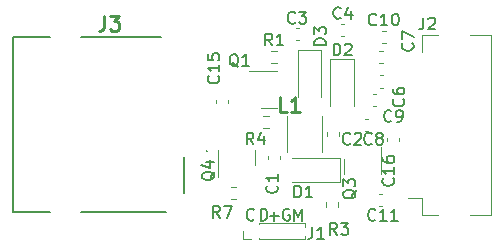
<source format=gbr>
%TF.GenerationSoftware,KiCad,Pcbnew,7.0.6*%
%TF.CreationDate,2024-02-06T14:07:09+09:00*%
%TF.ProjectId,CO2_sensor,434f325f-7365-46e7-936f-722e6b696361,rev?*%
%TF.SameCoordinates,Original*%
%TF.FileFunction,Legend,Top*%
%TF.FilePolarity,Positive*%
%FSLAX46Y46*%
G04 Gerber Fmt 4.6, Leading zero omitted, Abs format (unit mm)*
G04 Created by KiCad (PCBNEW 7.0.6) date 2024-02-06 14:07:09*
%MOMM*%
%LPD*%
G01*
G04 APERTURE LIST*
%ADD10C,0.150000*%
%ADD11C,0.254000*%
%ADD12C,0.120000*%
%ADD13C,0.200000*%
%ADD14C,0.100000*%
G04 APERTURE END LIST*
D10*
X187071048Y-127962866D02*
X187832953Y-127962866D01*
X187452000Y-128343819D02*
X187452000Y-127581914D01*
X186301095Y-128343819D02*
X186301095Y-127343819D01*
X186301095Y-127343819D02*
X186539190Y-127343819D01*
X186539190Y-127343819D02*
X186682047Y-127391438D01*
X186682047Y-127391438D02*
X186777285Y-127486676D01*
X186777285Y-127486676D02*
X186824904Y-127581914D01*
X186824904Y-127581914D02*
X186872523Y-127772390D01*
X186872523Y-127772390D02*
X186872523Y-127915247D01*
X186872523Y-127915247D02*
X186824904Y-128105723D01*
X186824904Y-128105723D02*
X186777285Y-128200961D01*
X186777285Y-128200961D02*
X186682047Y-128296200D01*
X186682047Y-128296200D02*
X186539190Y-128343819D01*
X186539190Y-128343819D02*
X186301095Y-128343819D01*
X185729523Y-128248580D02*
X185681904Y-128296200D01*
X185681904Y-128296200D02*
X185539047Y-128343819D01*
X185539047Y-128343819D02*
X185443809Y-128343819D01*
X185443809Y-128343819D02*
X185300952Y-128296200D01*
X185300952Y-128296200D02*
X185205714Y-128200961D01*
X185205714Y-128200961D02*
X185158095Y-128105723D01*
X185158095Y-128105723D02*
X185110476Y-127915247D01*
X185110476Y-127915247D02*
X185110476Y-127772390D01*
X185110476Y-127772390D02*
X185158095Y-127581914D01*
X185158095Y-127581914D02*
X185205714Y-127486676D01*
X185205714Y-127486676D02*
X185300952Y-127391438D01*
X185300952Y-127391438D02*
X185443809Y-127343819D01*
X185443809Y-127343819D02*
X185539047Y-127343819D01*
X185539047Y-127343819D02*
X185681904Y-127391438D01*
X185681904Y-127391438D02*
X185729523Y-127439057D01*
X188729904Y-127391438D02*
X188634666Y-127343819D01*
X188634666Y-127343819D02*
X188491809Y-127343819D01*
X188491809Y-127343819D02*
X188348952Y-127391438D01*
X188348952Y-127391438D02*
X188253714Y-127486676D01*
X188253714Y-127486676D02*
X188206095Y-127581914D01*
X188206095Y-127581914D02*
X188158476Y-127772390D01*
X188158476Y-127772390D02*
X188158476Y-127915247D01*
X188158476Y-127915247D02*
X188206095Y-128105723D01*
X188206095Y-128105723D02*
X188253714Y-128200961D01*
X188253714Y-128200961D02*
X188348952Y-128296200D01*
X188348952Y-128296200D02*
X188491809Y-128343819D01*
X188491809Y-128343819D02*
X188587047Y-128343819D01*
X188587047Y-128343819D02*
X188729904Y-128296200D01*
X188729904Y-128296200D02*
X188777523Y-128248580D01*
X188777523Y-128248580D02*
X188777523Y-127915247D01*
X188777523Y-127915247D02*
X188587047Y-127915247D01*
X189150667Y-128343819D02*
X189150667Y-127343819D01*
X189150667Y-127343819D02*
X189484000Y-128058104D01*
X189484000Y-128058104D02*
X189817333Y-127343819D01*
X189817333Y-127343819D02*
X189817333Y-128343819D01*
X182840333Y-128089819D02*
X182507000Y-127613628D01*
X182268905Y-128089819D02*
X182268905Y-127089819D01*
X182268905Y-127089819D02*
X182649857Y-127089819D01*
X182649857Y-127089819D02*
X182745095Y-127137438D01*
X182745095Y-127137438D02*
X182792714Y-127185057D01*
X182792714Y-127185057D02*
X182840333Y-127280295D01*
X182840333Y-127280295D02*
X182840333Y-127423152D01*
X182840333Y-127423152D02*
X182792714Y-127518390D01*
X182792714Y-127518390D02*
X182745095Y-127566009D01*
X182745095Y-127566009D02*
X182649857Y-127613628D01*
X182649857Y-127613628D02*
X182268905Y-127613628D01*
X183173667Y-127089819D02*
X183840333Y-127089819D01*
X183840333Y-127089819D02*
X183411762Y-128089819D01*
X193083333Y-111179580D02*
X193035714Y-111227200D01*
X193035714Y-111227200D02*
X192892857Y-111274819D01*
X192892857Y-111274819D02*
X192797619Y-111274819D01*
X192797619Y-111274819D02*
X192654762Y-111227200D01*
X192654762Y-111227200D02*
X192559524Y-111131961D01*
X192559524Y-111131961D02*
X192511905Y-111036723D01*
X192511905Y-111036723D02*
X192464286Y-110846247D01*
X192464286Y-110846247D02*
X192464286Y-110703390D01*
X192464286Y-110703390D02*
X192511905Y-110512914D01*
X192511905Y-110512914D02*
X192559524Y-110417676D01*
X192559524Y-110417676D02*
X192654762Y-110322438D01*
X192654762Y-110322438D02*
X192797619Y-110274819D01*
X192797619Y-110274819D02*
X192892857Y-110274819D01*
X192892857Y-110274819D02*
X193035714Y-110322438D01*
X193035714Y-110322438D02*
X193083333Y-110370057D01*
X193940476Y-110608152D02*
X193940476Y-111274819D01*
X193702381Y-110227200D02*
X193464286Y-110941485D01*
X193464286Y-110941485D02*
X194083333Y-110941485D01*
X187657119Y-125379960D02*
X187704739Y-125427579D01*
X187704739Y-125427579D02*
X187752358Y-125570436D01*
X187752358Y-125570436D02*
X187752358Y-125665674D01*
X187752358Y-125665674D02*
X187704739Y-125808531D01*
X187704739Y-125808531D02*
X187609500Y-125903769D01*
X187609500Y-125903769D02*
X187514262Y-125951388D01*
X187514262Y-125951388D02*
X187323786Y-125999007D01*
X187323786Y-125999007D02*
X187180929Y-125999007D01*
X187180929Y-125999007D02*
X186990453Y-125951388D01*
X186990453Y-125951388D02*
X186895215Y-125903769D01*
X186895215Y-125903769D02*
X186799977Y-125808531D01*
X186799977Y-125808531D02*
X186752358Y-125665674D01*
X186752358Y-125665674D02*
X186752358Y-125570436D01*
X186752358Y-125570436D02*
X186799977Y-125427579D01*
X186799977Y-125427579D02*
X186847596Y-125379960D01*
X187752358Y-124427579D02*
X187752358Y-124999007D01*
X187752358Y-124713293D02*
X186752358Y-124713293D01*
X186752358Y-124713293D02*
X186895215Y-124808531D01*
X186895215Y-124808531D02*
X186990453Y-124903769D01*
X186990453Y-124903769D02*
X187038072Y-124999007D01*
X193877761Y-121815526D02*
X193830142Y-121863146D01*
X193830142Y-121863146D02*
X193687285Y-121910765D01*
X193687285Y-121910765D02*
X193592047Y-121910765D01*
X193592047Y-121910765D02*
X193449190Y-121863146D01*
X193449190Y-121863146D02*
X193353952Y-121767907D01*
X193353952Y-121767907D02*
X193306333Y-121672669D01*
X193306333Y-121672669D02*
X193258714Y-121482193D01*
X193258714Y-121482193D02*
X193258714Y-121339336D01*
X193258714Y-121339336D02*
X193306333Y-121148860D01*
X193306333Y-121148860D02*
X193353952Y-121053622D01*
X193353952Y-121053622D02*
X193449190Y-120958384D01*
X193449190Y-120958384D02*
X193592047Y-120910765D01*
X193592047Y-120910765D02*
X193687285Y-120910765D01*
X193687285Y-120910765D02*
X193830142Y-120958384D01*
X193830142Y-120958384D02*
X193877761Y-121006003D01*
X194258714Y-121006003D02*
X194306333Y-120958384D01*
X194306333Y-120958384D02*
X194401571Y-120910765D01*
X194401571Y-120910765D02*
X194639666Y-120910765D01*
X194639666Y-120910765D02*
X194734904Y-120958384D01*
X194734904Y-120958384D02*
X194782523Y-121006003D01*
X194782523Y-121006003D02*
X194830142Y-121101241D01*
X194830142Y-121101241D02*
X194830142Y-121196479D01*
X194830142Y-121196479D02*
X194782523Y-121339336D01*
X194782523Y-121339336D02*
X194211095Y-121910765D01*
X194211095Y-121910765D02*
X194830142Y-121910765D01*
X200082248Y-111157998D02*
X200082248Y-111872283D01*
X200082248Y-111872283D02*
X200034629Y-112015140D01*
X200034629Y-112015140D02*
X199939391Y-112110379D01*
X199939391Y-112110379D02*
X199796534Y-112157998D01*
X199796534Y-112157998D02*
X199701296Y-112157998D01*
X200510820Y-111253236D02*
X200558439Y-111205617D01*
X200558439Y-111205617D02*
X200653677Y-111157998D01*
X200653677Y-111157998D02*
X200891772Y-111157998D01*
X200891772Y-111157998D02*
X200987010Y-111205617D01*
X200987010Y-111205617D02*
X201034629Y-111253236D01*
X201034629Y-111253236D02*
X201082248Y-111348474D01*
X201082248Y-111348474D02*
X201082248Y-111443712D01*
X201082248Y-111443712D02*
X201034629Y-111586569D01*
X201034629Y-111586569D02*
X200463201Y-112157998D01*
X200463201Y-112157998D02*
X201082248Y-112157998D01*
X189156914Y-126386909D02*
X189156914Y-125386909D01*
X189156914Y-125386909D02*
X189395009Y-125386909D01*
X189395009Y-125386909D02*
X189537866Y-125434528D01*
X189537866Y-125434528D02*
X189633104Y-125529766D01*
X189633104Y-125529766D02*
X189680723Y-125625004D01*
X189680723Y-125625004D02*
X189728342Y-125815480D01*
X189728342Y-125815480D02*
X189728342Y-125958337D01*
X189728342Y-125958337D02*
X189680723Y-126148813D01*
X189680723Y-126148813D02*
X189633104Y-126244051D01*
X189633104Y-126244051D02*
X189537866Y-126339290D01*
X189537866Y-126339290D02*
X189395009Y-126386909D01*
X189395009Y-126386909D02*
X189156914Y-126386909D01*
X190680723Y-126386909D02*
X190109295Y-126386909D01*
X190395009Y-126386909D02*
X190395009Y-125386909D01*
X190395009Y-125386909D02*
X190299771Y-125529766D01*
X190299771Y-125529766D02*
X190204533Y-125625004D01*
X190204533Y-125625004D02*
X190109295Y-125672623D01*
X196080722Y-111736034D02*
X196033103Y-111783654D01*
X196033103Y-111783654D02*
X195890246Y-111831273D01*
X195890246Y-111831273D02*
X195795008Y-111831273D01*
X195795008Y-111831273D02*
X195652151Y-111783654D01*
X195652151Y-111783654D02*
X195556913Y-111688415D01*
X195556913Y-111688415D02*
X195509294Y-111593177D01*
X195509294Y-111593177D02*
X195461675Y-111402701D01*
X195461675Y-111402701D02*
X195461675Y-111259844D01*
X195461675Y-111259844D02*
X195509294Y-111069368D01*
X195509294Y-111069368D02*
X195556913Y-110974130D01*
X195556913Y-110974130D02*
X195652151Y-110878892D01*
X195652151Y-110878892D02*
X195795008Y-110831273D01*
X195795008Y-110831273D02*
X195890246Y-110831273D01*
X195890246Y-110831273D02*
X196033103Y-110878892D01*
X196033103Y-110878892D02*
X196080722Y-110926511D01*
X197033103Y-111831273D02*
X196461675Y-111831273D01*
X196747389Y-111831273D02*
X196747389Y-110831273D01*
X196747389Y-110831273D02*
X196652151Y-110974130D01*
X196652151Y-110974130D02*
X196556913Y-111069368D01*
X196556913Y-111069368D02*
X196461675Y-111116987D01*
X197652151Y-110831273D02*
X197747389Y-110831273D01*
X197747389Y-110831273D02*
X197842627Y-110878892D01*
X197842627Y-110878892D02*
X197890246Y-110926511D01*
X197890246Y-110926511D02*
X197937865Y-111021749D01*
X197937865Y-111021749D02*
X197985484Y-111212225D01*
X197985484Y-111212225D02*
X197985484Y-111450320D01*
X197985484Y-111450320D02*
X197937865Y-111640796D01*
X197937865Y-111640796D02*
X197890246Y-111736034D01*
X197890246Y-111736034D02*
X197842627Y-111783654D01*
X197842627Y-111783654D02*
X197747389Y-111831273D01*
X197747389Y-111831273D02*
X197652151Y-111831273D01*
X197652151Y-111831273D02*
X197556913Y-111783654D01*
X197556913Y-111783654D02*
X197509294Y-111736034D01*
X197509294Y-111736034D02*
X197461675Y-111640796D01*
X197461675Y-111640796D02*
X197414056Y-111450320D01*
X197414056Y-111450320D02*
X197414056Y-111212225D01*
X197414056Y-111212225D02*
X197461675Y-111021749D01*
X197461675Y-111021749D02*
X197509294Y-110926511D01*
X197509294Y-110926511D02*
X197556913Y-110878892D01*
X197556913Y-110878892D02*
X197652151Y-110831273D01*
X189221917Y-111572671D02*
X189174298Y-111620291D01*
X189174298Y-111620291D02*
X189031441Y-111667910D01*
X189031441Y-111667910D02*
X188936203Y-111667910D01*
X188936203Y-111667910D02*
X188793346Y-111620291D01*
X188793346Y-111620291D02*
X188698108Y-111525052D01*
X188698108Y-111525052D02*
X188650489Y-111429814D01*
X188650489Y-111429814D02*
X188602870Y-111239338D01*
X188602870Y-111239338D02*
X188602870Y-111096481D01*
X188602870Y-111096481D02*
X188650489Y-110906005D01*
X188650489Y-110906005D02*
X188698108Y-110810767D01*
X188698108Y-110810767D02*
X188793346Y-110715529D01*
X188793346Y-110715529D02*
X188936203Y-110667910D01*
X188936203Y-110667910D02*
X189031441Y-110667910D01*
X189031441Y-110667910D02*
X189174298Y-110715529D01*
X189174298Y-110715529D02*
X189221917Y-110763148D01*
X189555251Y-110667910D02*
X190174298Y-110667910D01*
X190174298Y-110667910D02*
X189840965Y-111048862D01*
X189840965Y-111048862D02*
X189983822Y-111048862D01*
X189983822Y-111048862D02*
X190079060Y-111096481D01*
X190079060Y-111096481D02*
X190126679Y-111144100D01*
X190126679Y-111144100D02*
X190174298Y-111239338D01*
X190174298Y-111239338D02*
X190174298Y-111477433D01*
X190174298Y-111477433D02*
X190126679Y-111572671D01*
X190126679Y-111572671D02*
X190079060Y-111620291D01*
X190079060Y-111620291D02*
X189983822Y-111667910D01*
X189983822Y-111667910D02*
X189698108Y-111667910D01*
X189698108Y-111667910D02*
X189602870Y-111620291D01*
X189602870Y-111620291D02*
X189555251Y-111572671D01*
X192766893Y-129539814D02*
X192433560Y-129063623D01*
X192195465Y-129539814D02*
X192195465Y-128539814D01*
X192195465Y-128539814D02*
X192576417Y-128539814D01*
X192576417Y-128539814D02*
X192671655Y-128587433D01*
X192671655Y-128587433D02*
X192719274Y-128635052D01*
X192719274Y-128635052D02*
X192766893Y-128730290D01*
X192766893Y-128730290D02*
X192766893Y-128873147D01*
X192766893Y-128873147D02*
X192719274Y-128968385D01*
X192719274Y-128968385D02*
X192671655Y-129016004D01*
X192671655Y-129016004D02*
X192576417Y-129063623D01*
X192576417Y-129063623D02*
X192195465Y-129063623D01*
X193100227Y-128539814D02*
X193719274Y-128539814D01*
X193719274Y-128539814D02*
X193385941Y-128920766D01*
X193385941Y-128920766D02*
X193528798Y-128920766D01*
X193528798Y-128920766D02*
X193624036Y-128968385D01*
X193624036Y-128968385D02*
X193671655Y-129016004D01*
X193671655Y-129016004D02*
X193719274Y-129111242D01*
X193719274Y-129111242D02*
X193719274Y-129349337D01*
X193719274Y-129349337D02*
X193671655Y-129444575D01*
X193671655Y-129444575D02*
X193624036Y-129492195D01*
X193624036Y-129492195D02*
X193528798Y-129539814D01*
X193528798Y-129539814D02*
X193243084Y-129539814D01*
X193243084Y-129539814D02*
X193147846Y-129492195D01*
X193147846Y-129492195D02*
X193100227Y-129444575D01*
X182720518Y-116099624D02*
X182768138Y-116147243D01*
X182768138Y-116147243D02*
X182815757Y-116290100D01*
X182815757Y-116290100D02*
X182815757Y-116385338D01*
X182815757Y-116385338D02*
X182768138Y-116528195D01*
X182768138Y-116528195D02*
X182672899Y-116623433D01*
X182672899Y-116623433D02*
X182577661Y-116671052D01*
X182577661Y-116671052D02*
X182387185Y-116718671D01*
X182387185Y-116718671D02*
X182244328Y-116718671D01*
X182244328Y-116718671D02*
X182053852Y-116671052D01*
X182053852Y-116671052D02*
X181958614Y-116623433D01*
X181958614Y-116623433D02*
X181863376Y-116528195D01*
X181863376Y-116528195D02*
X181815757Y-116385338D01*
X181815757Y-116385338D02*
X181815757Y-116290100D01*
X181815757Y-116290100D02*
X181863376Y-116147243D01*
X181863376Y-116147243D02*
X181910995Y-116099624D01*
X182815757Y-115147243D02*
X182815757Y-115718671D01*
X182815757Y-115432957D02*
X181815757Y-115432957D01*
X181815757Y-115432957D02*
X181958614Y-115528195D01*
X181958614Y-115528195D02*
X182053852Y-115623433D01*
X182053852Y-115623433D02*
X182101471Y-115718671D01*
X181815757Y-114242481D02*
X181815757Y-114718671D01*
X181815757Y-114718671D02*
X182291947Y-114766290D01*
X182291947Y-114766290D02*
X182244328Y-114718671D01*
X182244328Y-114718671D02*
X182196709Y-114623433D01*
X182196709Y-114623433D02*
X182196709Y-114385338D01*
X182196709Y-114385338D02*
X182244328Y-114290100D01*
X182244328Y-114290100D02*
X182291947Y-114242481D01*
X182291947Y-114242481D02*
X182387185Y-114194862D01*
X182387185Y-114194862D02*
X182625280Y-114194862D01*
X182625280Y-114194862D02*
X182720518Y-114242481D01*
X182720518Y-114242481D02*
X182768138Y-114290100D01*
X182768138Y-114290100D02*
X182815757Y-114385338D01*
X182815757Y-114385338D02*
X182815757Y-114623433D01*
X182815757Y-114623433D02*
X182768138Y-114718671D01*
X182768138Y-114718671D02*
X182720518Y-114766290D01*
X190674666Y-128867819D02*
X190674666Y-129582104D01*
X190674666Y-129582104D02*
X190627047Y-129724961D01*
X190627047Y-129724961D02*
X190531809Y-129820200D01*
X190531809Y-129820200D02*
X190388952Y-129867819D01*
X190388952Y-129867819D02*
X190293714Y-129867819D01*
X191674666Y-129867819D02*
X191103238Y-129867819D01*
X191388952Y-129867819D02*
X191388952Y-128867819D01*
X191388952Y-128867819D02*
X191293714Y-129010676D01*
X191293714Y-129010676D02*
X191198476Y-129105914D01*
X191198476Y-129105914D02*
X191103238Y-129153533D01*
X185693278Y-121894429D02*
X185359945Y-121418238D01*
X185121850Y-121894429D02*
X185121850Y-120894429D01*
X185121850Y-120894429D02*
X185502802Y-120894429D01*
X185502802Y-120894429D02*
X185598040Y-120942048D01*
X185598040Y-120942048D02*
X185645659Y-120989667D01*
X185645659Y-120989667D02*
X185693278Y-121084905D01*
X185693278Y-121084905D02*
X185693278Y-121227762D01*
X185693278Y-121227762D02*
X185645659Y-121323000D01*
X185645659Y-121323000D02*
X185598040Y-121370619D01*
X185598040Y-121370619D02*
X185502802Y-121418238D01*
X185502802Y-121418238D02*
X185121850Y-121418238D01*
X186550421Y-121227762D02*
X186550421Y-121894429D01*
X186312326Y-120846810D02*
X186074231Y-121561095D01*
X186074231Y-121561095D02*
X186693278Y-121561095D01*
X197368656Y-119892339D02*
X197321037Y-119939959D01*
X197321037Y-119939959D02*
X197178180Y-119987578D01*
X197178180Y-119987578D02*
X197082942Y-119987578D01*
X197082942Y-119987578D02*
X196940085Y-119939959D01*
X196940085Y-119939959D02*
X196844847Y-119844720D01*
X196844847Y-119844720D02*
X196797228Y-119749482D01*
X196797228Y-119749482D02*
X196749609Y-119559006D01*
X196749609Y-119559006D02*
X196749609Y-119416149D01*
X196749609Y-119416149D02*
X196797228Y-119225673D01*
X196797228Y-119225673D02*
X196844847Y-119130435D01*
X196844847Y-119130435D02*
X196940085Y-119035197D01*
X196940085Y-119035197D02*
X197082942Y-118987578D01*
X197082942Y-118987578D02*
X197178180Y-118987578D01*
X197178180Y-118987578D02*
X197321037Y-119035197D01*
X197321037Y-119035197D02*
X197368656Y-119082816D01*
X197844847Y-119987578D02*
X198035323Y-119987578D01*
X198035323Y-119987578D02*
X198130561Y-119939959D01*
X198130561Y-119939959D02*
X198178180Y-119892339D01*
X198178180Y-119892339D02*
X198273418Y-119749482D01*
X198273418Y-119749482D02*
X198321037Y-119559006D01*
X198321037Y-119559006D02*
X198321037Y-119178054D01*
X198321037Y-119178054D02*
X198273418Y-119082816D01*
X198273418Y-119082816D02*
X198225799Y-119035197D01*
X198225799Y-119035197D02*
X198130561Y-118987578D01*
X198130561Y-118987578D02*
X197940085Y-118987578D01*
X197940085Y-118987578D02*
X197844847Y-119035197D01*
X197844847Y-119035197D02*
X197797228Y-119082816D01*
X197797228Y-119082816D02*
X197749609Y-119178054D01*
X197749609Y-119178054D02*
X197749609Y-119416149D01*
X197749609Y-119416149D02*
X197797228Y-119511387D01*
X197797228Y-119511387D02*
X197844847Y-119559006D01*
X197844847Y-119559006D02*
X197940085Y-119606625D01*
X197940085Y-119606625D02*
X198130561Y-119606625D01*
X198130561Y-119606625D02*
X198225799Y-119559006D01*
X198225799Y-119559006D02*
X198273418Y-119511387D01*
X198273418Y-119511387D02*
X198321037Y-119416149D01*
X195691089Y-121831863D02*
X195643470Y-121879483D01*
X195643470Y-121879483D02*
X195500613Y-121927102D01*
X195500613Y-121927102D02*
X195405375Y-121927102D01*
X195405375Y-121927102D02*
X195262518Y-121879483D01*
X195262518Y-121879483D02*
X195167280Y-121784244D01*
X195167280Y-121784244D02*
X195119661Y-121689006D01*
X195119661Y-121689006D02*
X195072042Y-121498530D01*
X195072042Y-121498530D02*
X195072042Y-121355673D01*
X195072042Y-121355673D02*
X195119661Y-121165197D01*
X195119661Y-121165197D02*
X195167280Y-121069959D01*
X195167280Y-121069959D02*
X195262518Y-120974721D01*
X195262518Y-120974721D02*
X195405375Y-120927102D01*
X195405375Y-120927102D02*
X195500613Y-120927102D01*
X195500613Y-120927102D02*
X195643470Y-120974721D01*
X195643470Y-120974721D02*
X195691089Y-121022340D01*
X196262518Y-121355673D02*
X196167280Y-121308054D01*
X196167280Y-121308054D02*
X196119661Y-121260435D01*
X196119661Y-121260435D02*
X196072042Y-121165197D01*
X196072042Y-121165197D02*
X196072042Y-121117578D01*
X196072042Y-121117578D02*
X196119661Y-121022340D01*
X196119661Y-121022340D02*
X196167280Y-120974721D01*
X196167280Y-120974721D02*
X196262518Y-120927102D01*
X196262518Y-120927102D02*
X196452994Y-120927102D01*
X196452994Y-120927102D02*
X196548232Y-120974721D01*
X196548232Y-120974721D02*
X196595851Y-121022340D01*
X196595851Y-121022340D02*
X196643470Y-121117578D01*
X196643470Y-121117578D02*
X196643470Y-121165197D01*
X196643470Y-121165197D02*
X196595851Y-121260435D01*
X196595851Y-121260435D02*
X196548232Y-121308054D01*
X196548232Y-121308054D02*
X196452994Y-121355673D01*
X196452994Y-121355673D02*
X196262518Y-121355673D01*
X196262518Y-121355673D02*
X196167280Y-121403292D01*
X196167280Y-121403292D02*
X196119661Y-121450911D01*
X196119661Y-121450911D02*
X196072042Y-121546149D01*
X196072042Y-121546149D02*
X196072042Y-121736625D01*
X196072042Y-121736625D02*
X196119661Y-121831863D01*
X196119661Y-121831863D02*
X196167280Y-121879483D01*
X196167280Y-121879483D02*
X196262518Y-121927102D01*
X196262518Y-121927102D02*
X196452994Y-121927102D01*
X196452994Y-121927102D02*
X196548232Y-121879483D01*
X196548232Y-121879483D02*
X196595851Y-121831863D01*
X196595851Y-121831863D02*
X196643470Y-121736625D01*
X196643470Y-121736625D02*
X196643470Y-121546149D01*
X196643470Y-121546149D02*
X196595851Y-121450911D01*
X196595851Y-121450911D02*
X196548232Y-121403292D01*
X196548232Y-121403292D02*
X196452994Y-121355673D01*
X182420906Y-124202072D02*
X182373287Y-124297310D01*
X182373287Y-124297310D02*
X182278049Y-124392548D01*
X182278049Y-124392548D02*
X182135191Y-124535405D01*
X182135191Y-124535405D02*
X182087572Y-124630643D01*
X182087572Y-124630643D02*
X182087572Y-124725881D01*
X182325668Y-124678262D02*
X182278049Y-124773500D01*
X182278049Y-124773500D02*
X182182810Y-124868738D01*
X182182810Y-124868738D02*
X181992334Y-124916357D01*
X181992334Y-124916357D02*
X181659001Y-124916357D01*
X181659001Y-124916357D02*
X181468525Y-124868738D01*
X181468525Y-124868738D02*
X181373287Y-124773500D01*
X181373287Y-124773500D02*
X181325668Y-124678262D01*
X181325668Y-124678262D02*
X181325668Y-124487786D01*
X181325668Y-124487786D02*
X181373287Y-124392548D01*
X181373287Y-124392548D02*
X181468525Y-124297310D01*
X181468525Y-124297310D02*
X181659001Y-124249691D01*
X181659001Y-124249691D02*
X181992334Y-124249691D01*
X181992334Y-124249691D02*
X182182810Y-124297310D01*
X182182810Y-124297310D02*
X182278049Y-124392548D01*
X182278049Y-124392548D02*
X182325668Y-124487786D01*
X182325668Y-124487786D02*
X182325668Y-124678262D01*
X181659001Y-123392548D02*
X182325668Y-123392548D01*
X181278049Y-123630643D02*
X181992334Y-123868738D01*
X181992334Y-123868738D02*
X181992334Y-123249691D01*
X187270833Y-113524819D02*
X186937500Y-113048628D01*
X186699405Y-113524819D02*
X186699405Y-112524819D01*
X186699405Y-112524819D02*
X187080357Y-112524819D01*
X187080357Y-112524819D02*
X187175595Y-112572438D01*
X187175595Y-112572438D02*
X187223214Y-112620057D01*
X187223214Y-112620057D02*
X187270833Y-112715295D01*
X187270833Y-112715295D02*
X187270833Y-112858152D01*
X187270833Y-112858152D02*
X187223214Y-112953390D01*
X187223214Y-112953390D02*
X187175595Y-113001009D01*
X187175595Y-113001009D02*
X187080357Y-113048628D01*
X187080357Y-113048628D02*
X186699405Y-113048628D01*
X188223214Y-113524819D02*
X187651786Y-113524819D01*
X187937500Y-113524819D02*
X187937500Y-112524819D01*
X187937500Y-112524819D02*
X187842262Y-112667676D01*
X187842262Y-112667676D02*
X187747024Y-112762914D01*
X187747024Y-112762914D02*
X187651786Y-112810533D01*
X194398449Y-125749611D02*
X194350830Y-125844849D01*
X194350830Y-125844849D02*
X194255592Y-125940087D01*
X194255592Y-125940087D02*
X194112734Y-126082944D01*
X194112734Y-126082944D02*
X194065115Y-126178182D01*
X194065115Y-126178182D02*
X194065115Y-126273420D01*
X194303211Y-126225801D02*
X194255592Y-126321039D01*
X194255592Y-126321039D02*
X194160353Y-126416277D01*
X194160353Y-126416277D02*
X193969877Y-126463896D01*
X193969877Y-126463896D02*
X193636544Y-126463896D01*
X193636544Y-126463896D02*
X193446068Y-126416277D01*
X193446068Y-126416277D02*
X193350830Y-126321039D01*
X193350830Y-126321039D02*
X193303211Y-126225801D01*
X193303211Y-126225801D02*
X193303211Y-126035325D01*
X193303211Y-126035325D02*
X193350830Y-125940087D01*
X193350830Y-125940087D02*
X193446068Y-125844849D01*
X193446068Y-125844849D02*
X193636544Y-125797230D01*
X193636544Y-125797230D02*
X193969877Y-125797230D01*
X193969877Y-125797230D02*
X194160353Y-125844849D01*
X194160353Y-125844849D02*
X194255592Y-125940087D01*
X194255592Y-125940087D02*
X194303211Y-126035325D01*
X194303211Y-126035325D02*
X194303211Y-126225801D01*
X193303211Y-125463896D02*
X193303211Y-124844849D01*
X193303211Y-124844849D02*
X193684163Y-125178182D01*
X193684163Y-125178182D02*
X193684163Y-125035325D01*
X193684163Y-125035325D02*
X193731782Y-124940087D01*
X193731782Y-124940087D02*
X193779401Y-124892468D01*
X193779401Y-124892468D02*
X193874639Y-124844849D01*
X193874639Y-124844849D02*
X194112734Y-124844849D01*
X194112734Y-124844849D02*
X194207972Y-124892468D01*
X194207972Y-124892468D02*
X194255592Y-124940087D01*
X194255592Y-124940087D02*
X194303211Y-125035325D01*
X194303211Y-125035325D02*
X194303211Y-125321039D01*
X194303211Y-125321039D02*
X194255592Y-125416277D01*
X194255592Y-125416277D02*
X194207972Y-125463896D01*
X192473182Y-114363398D02*
X192473182Y-113363398D01*
X192473182Y-113363398D02*
X192711277Y-113363398D01*
X192711277Y-113363398D02*
X192854134Y-113411017D01*
X192854134Y-113411017D02*
X192949372Y-113506255D01*
X192949372Y-113506255D02*
X192996991Y-113601493D01*
X192996991Y-113601493D02*
X193044610Y-113791969D01*
X193044610Y-113791969D02*
X193044610Y-113934826D01*
X193044610Y-113934826D02*
X192996991Y-114125302D01*
X192996991Y-114125302D02*
X192949372Y-114220540D01*
X192949372Y-114220540D02*
X192854134Y-114315779D01*
X192854134Y-114315779D02*
X192711277Y-114363398D01*
X192711277Y-114363398D02*
X192473182Y-114363398D01*
X193425563Y-113458636D02*
X193473182Y-113411017D01*
X193473182Y-113411017D02*
X193568420Y-113363398D01*
X193568420Y-113363398D02*
X193806515Y-113363398D01*
X193806515Y-113363398D02*
X193901753Y-113411017D01*
X193901753Y-113411017D02*
X193949372Y-113458636D01*
X193949372Y-113458636D02*
X193996991Y-113553874D01*
X193996991Y-113553874D02*
X193996991Y-113649112D01*
X193996991Y-113649112D02*
X193949372Y-113791969D01*
X193949372Y-113791969D02*
X193377944Y-114363398D01*
X193377944Y-114363398D02*
X193996991Y-114363398D01*
X184408794Y-115340796D02*
X184313556Y-115293177D01*
X184313556Y-115293177D02*
X184218318Y-115197939D01*
X184218318Y-115197939D02*
X184075461Y-115055081D01*
X184075461Y-115055081D02*
X183980223Y-115007462D01*
X183980223Y-115007462D02*
X183884985Y-115007462D01*
X183932604Y-115245558D02*
X183837366Y-115197939D01*
X183837366Y-115197939D02*
X183742128Y-115102700D01*
X183742128Y-115102700D02*
X183694509Y-114912224D01*
X183694509Y-114912224D02*
X183694509Y-114578891D01*
X183694509Y-114578891D02*
X183742128Y-114388415D01*
X183742128Y-114388415D02*
X183837366Y-114293177D01*
X183837366Y-114293177D02*
X183932604Y-114245558D01*
X183932604Y-114245558D02*
X184123080Y-114245558D01*
X184123080Y-114245558D02*
X184218318Y-114293177D01*
X184218318Y-114293177D02*
X184313556Y-114388415D01*
X184313556Y-114388415D02*
X184361175Y-114578891D01*
X184361175Y-114578891D02*
X184361175Y-114912224D01*
X184361175Y-114912224D02*
X184313556Y-115102700D01*
X184313556Y-115102700D02*
X184218318Y-115197939D01*
X184218318Y-115197939D02*
X184123080Y-115245558D01*
X184123080Y-115245558D02*
X183932604Y-115245558D01*
X185313556Y-115245558D02*
X184742128Y-115245558D01*
X185027842Y-115245558D02*
X185027842Y-114245558D01*
X185027842Y-114245558D02*
X184932604Y-114388415D01*
X184932604Y-114388415D02*
X184837366Y-114483653D01*
X184837366Y-114483653D02*
X184742128Y-114531272D01*
X191836431Y-113486796D02*
X190836431Y-113486796D01*
X190836431Y-113486796D02*
X190836431Y-113248701D01*
X190836431Y-113248701D02*
X190884050Y-113105844D01*
X190884050Y-113105844D02*
X190979288Y-113010606D01*
X190979288Y-113010606D02*
X191074526Y-112962987D01*
X191074526Y-112962987D02*
X191265002Y-112915368D01*
X191265002Y-112915368D02*
X191407859Y-112915368D01*
X191407859Y-112915368D02*
X191598335Y-112962987D01*
X191598335Y-112962987D02*
X191693573Y-113010606D01*
X191693573Y-113010606D02*
X191788812Y-113105844D01*
X191788812Y-113105844D02*
X191836431Y-113248701D01*
X191836431Y-113248701D02*
X191836431Y-113486796D01*
X190836431Y-112582034D02*
X190836431Y-111962987D01*
X190836431Y-111962987D02*
X191217383Y-112296320D01*
X191217383Y-112296320D02*
X191217383Y-112153463D01*
X191217383Y-112153463D02*
X191265002Y-112058225D01*
X191265002Y-112058225D02*
X191312621Y-112010606D01*
X191312621Y-112010606D02*
X191407859Y-111962987D01*
X191407859Y-111962987D02*
X191645954Y-111962987D01*
X191645954Y-111962987D02*
X191741192Y-112010606D01*
X191741192Y-112010606D02*
X191788812Y-112058225D01*
X191788812Y-112058225D02*
X191836431Y-112153463D01*
X191836431Y-112153463D02*
X191836431Y-112439177D01*
X191836431Y-112439177D02*
X191788812Y-112534415D01*
X191788812Y-112534415D02*
X191741192Y-112582034D01*
X196015377Y-128268362D02*
X195967758Y-128315982D01*
X195967758Y-128315982D02*
X195824901Y-128363601D01*
X195824901Y-128363601D02*
X195729663Y-128363601D01*
X195729663Y-128363601D02*
X195586806Y-128315982D01*
X195586806Y-128315982D02*
X195491568Y-128220743D01*
X195491568Y-128220743D02*
X195443949Y-128125505D01*
X195443949Y-128125505D02*
X195396330Y-127935029D01*
X195396330Y-127935029D02*
X195396330Y-127792172D01*
X195396330Y-127792172D02*
X195443949Y-127601696D01*
X195443949Y-127601696D02*
X195491568Y-127506458D01*
X195491568Y-127506458D02*
X195586806Y-127411220D01*
X195586806Y-127411220D02*
X195729663Y-127363601D01*
X195729663Y-127363601D02*
X195824901Y-127363601D01*
X195824901Y-127363601D02*
X195967758Y-127411220D01*
X195967758Y-127411220D02*
X196015377Y-127458839D01*
X196967758Y-128363601D02*
X196396330Y-128363601D01*
X196682044Y-128363601D02*
X196682044Y-127363601D01*
X196682044Y-127363601D02*
X196586806Y-127506458D01*
X196586806Y-127506458D02*
X196491568Y-127601696D01*
X196491568Y-127601696D02*
X196396330Y-127649315D01*
X197920139Y-128363601D02*
X197348711Y-128363601D01*
X197634425Y-128363601D02*
X197634425Y-127363601D01*
X197634425Y-127363601D02*
X197539187Y-127506458D01*
X197539187Y-127506458D02*
X197443949Y-127601696D01*
X197443949Y-127601696D02*
X197348711Y-127649315D01*
X198374101Y-118051274D02*
X198421721Y-118098893D01*
X198421721Y-118098893D02*
X198469340Y-118241750D01*
X198469340Y-118241750D02*
X198469340Y-118336988D01*
X198469340Y-118336988D02*
X198421721Y-118479845D01*
X198421721Y-118479845D02*
X198326482Y-118575083D01*
X198326482Y-118575083D02*
X198231244Y-118622702D01*
X198231244Y-118622702D02*
X198040768Y-118670321D01*
X198040768Y-118670321D02*
X197897911Y-118670321D01*
X197897911Y-118670321D02*
X197707435Y-118622702D01*
X197707435Y-118622702D02*
X197612197Y-118575083D01*
X197612197Y-118575083D02*
X197516959Y-118479845D01*
X197516959Y-118479845D02*
X197469340Y-118336988D01*
X197469340Y-118336988D02*
X197469340Y-118241750D01*
X197469340Y-118241750D02*
X197516959Y-118098893D01*
X197516959Y-118098893D02*
X197564578Y-118051274D01*
X197469340Y-117194131D02*
X197469340Y-117384607D01*
X197469340Y-117384607D02*
X197516959Y-117479845D01*
X197516959Y-117479845D02*
X197564578Y-117527464D01*
X197564578Y-117527464D02*
X197707435Y-117622702D01*
X197707435Y-117622702D02*
X197897911Y-117670321D01*
X197897911Y-117670321D02*
X198278863Y-117670321D01*
X198278863Y-117670321D02*
X198374101Y-117622702D01*
X198374101Y-117622702D02*
X198421721Y-117575083D01*
X198421721Y-117575083D02*
X198469340Y-117479845D01*
X198469340Y-117479845D02*
X198469340Y-117289369D01*
X198469340Y-117289369D02*
X198421721Y-117194131D01*
X198421721Y-117194131D02*
X198374101Y-117146512D01*
X198374101Y-117146512D02*
X198278863Y-117098893D01*
X198278863Y-117098893D02*
X198040768Y-117098893D01*
X198040768Y-117098893D02*
X197945530Y-117146512D01*
X197945530Y-117146512D02*
X197897911Y-117194131D01*
X197897911Y-117194131D02*
X197850292Y-117289369D01*
X197850292Y-117289369D02*
X197850292Y-117479845D01*
X197850292Y-117479845D02*
X197897911Y-117575083D01*
X197897911Y-117575083D02*
X197945530Y-117622702D01*
X197945530Y-117622702D02*
X198040768Y-117670321D01*
D11*
X173067302Y-110991536D02*
X173067302Y-111898679D01*
X173067302Y-111898679D02*
X173006825Y-112080107D01*
X173006825Y-112080107D02*
X172885873Y-112201060D01*
X172885873Y-112201060D02*
X172704444Y-112261536D01*
X172704444Y-112261536D02*
X172583492Y-112261536D01*
X173551111Y-110991536D02*
X174337302Y-110991536D01*
X174337302Y-110991536D02*
X173913968Y-111475345D01*
X173913968Y-111475345D02*
X174095397Y-111475345D01*
X174095397Y-111475345D02*
X174216349Y-111535821D01*
X174216349Y-111535821D02*
X174276825Y-111596298D01*
X174276825Y-111596298D02*
X174337302Y-111717250D01*
X174337302Y-111717250D02*
X174337302Y-112019631D01*
X174337302Y-112019631D02*
X174276825Y-112140583D01*
X174276825Y-112140583D02*
X174216349Y-112201060D01*
X174216349Y-112201060D02*
X174095397Y-112261536D01*
X174095397Y-112261536D02*
X173732540Y-112261536D01*
X173732540Y-112261536D02*
X173611587Y-112201060D01*
X173611587Y-112201060D02*
X173551111Y-112140583D01*
D10*
X197507904Y-124777955D02*
X197555524Y-124825574D01*
X197555524Y-124825574D02*
X197603143Y-124968431D01*
X197603143Y-124968431D02*
X197603143Y-125063669D01*
X197603143Y-125063669D02*
X197555524Y-125206526D01*
X197555524Y-125206526D02*
X197460285Y-125301764D01*
X197460285Y-125301764D02*
X197365047Y-125349383D01*
X197365047Y-125349383D02*
X197174571Y-125397002D01*
X197174571Y-125397002D02*
X197031714Y-125397002D01*
X197031714Y-125397002D02*
X196841238Y-125349383D01*
X196841238Y-125349383D02*
X196746000Y-125301764D01*
X196746000Y-125301764D02*
X196650762Y-125206526D01*
X196650762Y-125206526D02*
X196603143Y-125063669D01*
X196603143Y-125063669D02*
X196603143Y-124968431D01*
X196603143Y-124968431D02*
X196650762Y-124825574D01*
X196650762Y-124825574D02*
X196698381Y-124777955D01*
X197603143Y-123825574D02*
X197603143Y-124397002D01*
X197603143Y-124111288D02*
X196603143Y-124111288D01*
X196603143Y-124111288D02*
X196746000Y-124206526D01*
X196746000Y-124206526D02*
X196841238Y-124301764D01*
X196841238Y-124301764D02*
X196888857Y-124397002D01*
X196603143Y-122968431D02*
X196603143Y-123158907D01*
X196603143Y-123158907D02*
X196650762Y-123254145D01*
X196650762Y-123254145D02*
X196698381Y-123301764D01*
X196698381Y-123301764D02*
X196841238Y-123397002D01*
X196841238Y-123397002D02*
X197031714Y-123444621D01*
X197031714Y-123444621D02*
X197412666Y-123444621D01*
X197412666Y-123444621D02*
X197507904Y-123397002D01*
X197507904Y-123397002D02*
X197555524Y-123349383D01*
X197555524Y-123349383D02*
X197603143Y-123254145D01*
X197603143Y-123254145D02*
X197603143Y-123063669D01*
X197603143Y-123063669D02*
X197555524Y-122968431D01*
X197555524Y-122968431D02*
X197507904Y-122920812D01*
X197507904Y-122920812D02*
X197412666Y-122873193D01*
X197412666Y-122873193D02*
X197174571Y-122873193D01*
X197174571Y-122873193D02*
X197079333Y-122920812D01*
X197079333Y-122920812D02*
X197031714Y-122968431D01*
X197031714Y-122968431D02*
X196984095Y-123063669D01*
X196984095Y-123063669D02*
X196984095Y-123254145D01*
X196984095Y-123254145D02*
X197031714Y-123349383D01*
X197031714Y-123349383D02*
X197079333Y-123397002D01*
X197079333Y-123397002D02*
X197174571Y-123444621D01*
X199157869Y-113340112D02*
X199205489Y-113387731D01*
X199205489Y-113387731D02*
X199253108Y-113530588D01*
X199253108Y-113530588D02*
X199253108Y-113625826D01*
X199253108Y-113625826D02*
X199205489Y-113768683D01*
X199205489Y-113768683D02*
X199110250Y-113863921D01*
X199110250Y-113863921D02*
X199015012Y-113911540D01*
X199015012Y-113911540D02*
X198824536Y-113959159D01*
X198824536Y-113959159D02*
X198681679Y-113959159D01*
X198681679Y-113959159D02*
X198491203Y-113911540D01*
X198491203Y-113911540D02*
X198395965Y-113863921D01*
X198395965Y-113863921D02*
X198300727Y-113768683D01*
X198300727Y-113768683D02*
X198253108Y-113625826D01*
X198253108Y-113625826D02*
X198253108Y-113530588D01*
X198253108Y-113530588D02*
X198300727Y-113387731D01*
X198300727Y-113387731D02*
X198348346Y-113340112D01*
X198253108Y-113006778D02*
X198253108Y-112340112D01*
X198253108Y-112340112D02*
X199253108Y-112768683D01*
D11*
X188507129Y-119122404D02*
X187902367Y-119122404D01*
X187902367Y-119122404D02*
X187902367Y-117852404D01*
X189595701Y-119122404D02*
X188869986Y-119122404D01*
X189232843Y-119122404D02*
X189232843Y-117852404D01*
X189232843Y-117852404D02*
X189111891Y-118033832D01*
X189111891Y-118033832D02*
X188990939Y-118154785D01*
X188990939Y-118154785D02*
X188869986Y-118215261D01*
D12*
%TO.C,R7*%
X184237258Y-126522500D02*
X183762742Y-126522500D01*
X184237258Y-125477500D02*
X183762742Y-125477500D01*
%TO.C,C4*%
X193109420Y-111740000D02*
X193390580Y-111740000D01*
X193109420Y-112760000D02*
X193390580Y-112760000D01*
%TO.C,C1*%
X187980437Y-122870552D02*
X187980437Y-123151712D01*
X186960437Y-122870552D02*
X186960437Y-123151712D01*
%TO.C,C2*%
X191908000Y-121160962D02*
X191908000Y-120879802D01*
X192928000Y-121160962D02*
X192928000Y-120879802D01*
%TO.C,J2*%
X200000000Y-127900000D02*
X201340000Y-127900000D01*
X204060000Y-127900000D02*
X205800000Y-127900000D01*
X205800000Y-127900000D02*
X205800000Y-112600000D01*
X200000000Y-126410000D02*
X200000000Y-127900000D01*
X200000000Y-126410000D02*
X198800000Y-126410000D01*
X200000000Y-114090000D02*
X200000000Y-112600000D01*
X200000000Y-112600000D02*
X201340000Y-112600000D01*
X205800000Y-112600000D02*
X204060000Y-112600000D01*
%TO.C,D1*%
X193000086Y-125053780D02*
X193000086Y-123053780D01*
X193000086Y-125053780D02*
X188990086Y-125053780D01*
X193000086Y-123053780D02*
X188990086Y-123053780D01*
%TO.C,C10*%
X196609419Y-112279777D02*
X196890579Y-112279777D01*
X196609419Y-113299777D02*
X196890579Y-113299777D01*
%TO.C,C3*%
X189568245Y-113032265D02*
X189287085Y-113032265D01*
X189568245Y-112012265D02*
X189287085Y-112012265D01*
%TO.C,R3*%
X191805487Y-127235466D02*
X191805487Y-126760950D01*
X192850487Y-127235466D02*
X192850487Y-126760950D01*
%TO.C,C15*%
X182490000Y-118390580D02*
X182490000Y-118109420D01*
X183510000Y-118390580D02*
X183510000Y-118109420D01*
%TO.C,J1*%
X184815000Y-129945000D02*
X184815000Y-129250000D01*
X185500000Y-129945000D02*
X184815000Y-129945000D01*
X186185000Y-129945000D02*
X190060000Y-129945000D01*
X186185000Y-129945000D02*
X186185000Y-129858276D01*
X190060000Y-129945000D02*
X190060000Y-129644493D01*
X190060000Y-128855507D02*
X190060000Y-128555000D01*
X186185000Y-128641724D02*
X186185000Y-128555000D01*
X186185000Y-128555000D02*
X190060000Y-128555000D01*
%TO.C,R4*%
X186999758Y-120522500D02*
X186525242Y-120522500D01*
X186999758Y-119477500D02*
X186525242Y-119477500D01*
%TO.C,C9*%
X195773654Y-117600744D02*
X196054814Y-117600744D01*
X195773654Y-118620744D02*
X196054814Y-118620744D01*
%TO.C,C8*%
X195109420Y-119740000D02*
X195390580Y-119740000D01*
X195109420Y-120760000D02*
X195390580Y-120760000D01*
%TO.C,Q4*%
X182690000Y-123000000D02*
X182690000Y-124675000D01*
X182690000Y-123000000D02*
X182690000Y-122350000D01*
X185810000Y-123000000D02*
X185810000Y-123650000D01*
X185810000Y-123000000D02*
X185810000Y-122350000D01*
%TO.C,R1*%
X187200242Y-113977500D02*
X187674758Y-113977500D01*
X187200242Y-115022500D02*
X187674758Y-115022500D01*
%TO.C,Q3*%
X196459501Y-123772088D02*
X196459501Y-122097088D01*
X196459501Y-123772088D02*
X196459501Y-124422088D01*
X193339501Y-123772088D02*
X193339501Y-123122088D01*
X193339501Y-123772088D02*
X193339501Y-124422088D01*
%TO.C,D2*%
X194187500Y-114640000D02*
X192187500Y-114640000D01*
X194187500Y-114640000D02*
X194187500Y-118650000D01*
X192187500Y-114640000D02*
X192187500Y-118650000D01*
%TO.C,Q1*%
X187000000Y-115690000D02*
X185325000Y-115690000D01*
X187000000Y-115690000D02*
X187650000Y-115690000D01*
X187000000Y-118810000D02*
X186350000Y-118810000D01*
X187000000Y-118810000D02*
X187650000Y-118810000D01*
%TO.C,D3*%
X191437500Y-113890000D02*
X189437500Y-113890000D01*
X191437500Y-113890000D02*
X191437500Y-117900000D01*
X189437500Y-113890000D02*
X189437500Y-117900000D01*
%TO.C,C11*%
X196318184Y-126075530D02*
X196599344Y-126075530D01*
X196318184Y-127095530D02*
X196599344Y-127095530D01*
%TO.C,C6*%
X196413144Y-116064577D02*
X196694304Y-116064577D01*
X196413144Y-117084577D02*
X196694304Y-117084577D01*
D13*
%TO.C,J3*%
X171050000Y-112775000D02*
X177850000Y-112775000D01*
X165350000Y-112775000D02*
X168450000Y-112775000D01*
D14*
X181750000Y-122450000D02*
X181750000Y-122450000D01*
X181650000Y-122450000D02*
X181650000Y-122450000D01*
D13*
X179850000Y-123000000D02*
X179850000Y-126000000D01*
X178250000Y-127625000D02*
X171050000Y-127625000D01*
X168450000Y-127625000D02*
X165350000Y-127625000D01*
X165350000Y-127625000D02*
X165350000Y-112775000D01*
D14*
X181650000Y-122450000D02*
G75*
G03*
X181750000Y-122450000I50000J0D01*
G01*
X181750000Y-122450000D02*
G75*
G03*
X181650000Y-122450000I-50000J0D01*
G01*
D12*
%TO.C,C16*%
X196990000Y-121640580D02*
X196990000Y-121359420D01*
X198010000Y-121640580D02*
X198010000Y-121359420D01*
%TO.C,C7*%
X196359420Y-113990000D02*
X196640580Y-113990000D01*
X196359420Y-115010000D02*
X196640580Y-115010000D01*
D14*
%TO.C,L1*%
X188535350Y-119519676D02*
X188535350Y-122519676D01*
X191535350Y-119519676D02*
X191535350Y-122519676D01*
%TD*%
M02*

</source>
